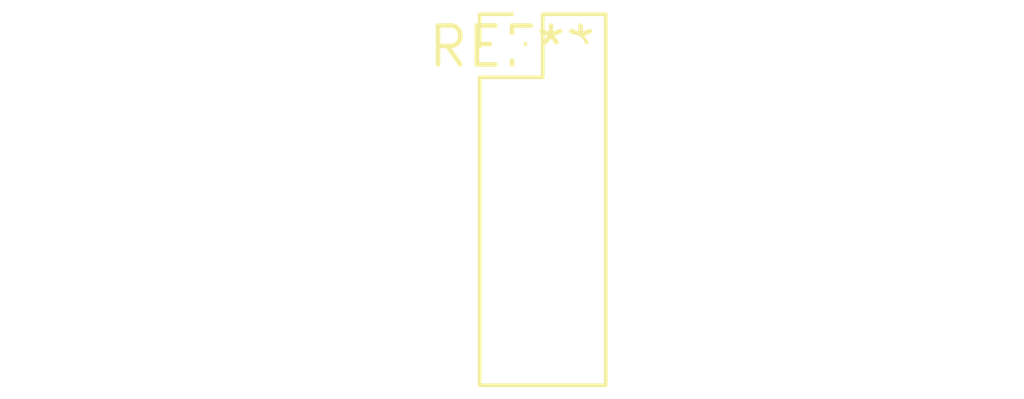
<source format=kicad_pcb>
(kicad_pcb (version 20240108) (generator pcbnew)
  (layers (0 "F.Cu" signal) (31 "B.Cu" signal) (34 "B.Paste" user) (35 "F.Paste" user) (36 "B.SilkS" user "B.Silkscreen") (37 "F.SilkS" user "F.Silkscreen") (38 "B.Mask" user) (39 "F.Mask" user) (44 "Edge.Cuts" user))
  (net 0 "")
  (footprint "PinHeader_2x06_P2.00mm_Vertical" (layer "F.Cu") (at 0 0)
    (property "Reference" "REF**")
    (property "Value" "PinHeader_2x06_P2.00mm_Vertical")
    (fp_line (start -1.06 -1.06) (end 0 -1.06) (layer "F.SilkS") (stroke (width 0.12)))
    (fp_line (start -1.06 0) (end -1.06 -1.06) (layer "F.SilkS") (stroke (width 0.12)))
    (fp_line (start -1.06 1) (end -1.06 11.06) (layer "F.SilkS") (stroke (width 0.12)))
    (fp_line (start -1.06 1) (end 1 1) (layer "F.SilkS") (stroke (width 0.12)))
    (fp_line (start -1.06 11.06) (end 3.06 11.06) (layer "F.SilkS") (stroke (width 0.12)))
    (fp_line (start 1 -1.06) (end 3.06 -1.06) (layer "F.SilkS") (stroke (width 0.12)))
    (fp_line (start 1 1) (end 1 -1.06) (layer "F.SilkS") (stroke (width 0.12)))
    (fp_line (start 3.06 -1.06) (end 3.06 11.06) (layer "F.SilkS") (stroke (width 0.12)))
    (pad "1" thru_hole rect (at 0 0) (size 1.35 1.35) (drill 0.8) (layers *.Cu *.Mask) (remove_unused_layers))
    (pad "2" thru_hole oval (at 2 0) (size 1.35 1.35) (drill 0.8) (layers *.Cu *.Mask) (remove_unused_layers))
    (pad "3" thru_hole oval (at 0 2) (size 1.35 1.35) (drill 0.8) (layers *.Cu *.Mask) (remove_unused_layers))
    (pad "4" thru_hole oval (at 2 2) (size 1.35 1.35) (drill 0.8) (layers *.Cu *.Mask) (remove_unused_layers))
    (pad "5" thru_hole oval (at 0 4) (size 1.35 1.35) (drill 0.8) (layers *.Cu *.Mask) (remove_unused_layers))
    (pad "6" thru_hole oval (at 2 4) (size 1.35 1.35) (drill 0.8) (layers *.Cu *.Mask) (remove_unused_layers))
    (pad "7" thru_hole oval (at 0 6) (size 1.35 1.35) (drill 0.8) (layers *.Cu *.Mask) (remove_unused_layers))
    (pad "8" thru_hole oval (at 2 6) (size 1.35 1.35) (drill 0.8) (layers *.Cu *.Mask) (remove_unused_layers))
    (pad "9" thru_hole oval (at 0 8) (size 1.35 1.35) (drill 0.8) (layers *.Cu *.Mask) (remove_unused_layers))
    (pad "10" thru_hole oval (at 2 8) (size 1.35 1.35) (drill 0.8) (layers *.Cu *.Mask) (remove_unused_layers))
    (pad "11" thru_hole oval (at 0 10) (size 1.35 1.35) (drill 0.8) (layers *.Cu *.Mask) (remove_unused_layers))
    (pad "12" thru_hole oval (at 2 10) (size 1.35 1.35) (drill 0.8) (layers *.Cu *.Mask) (remove_unused_layers))
  )
)
</source>
